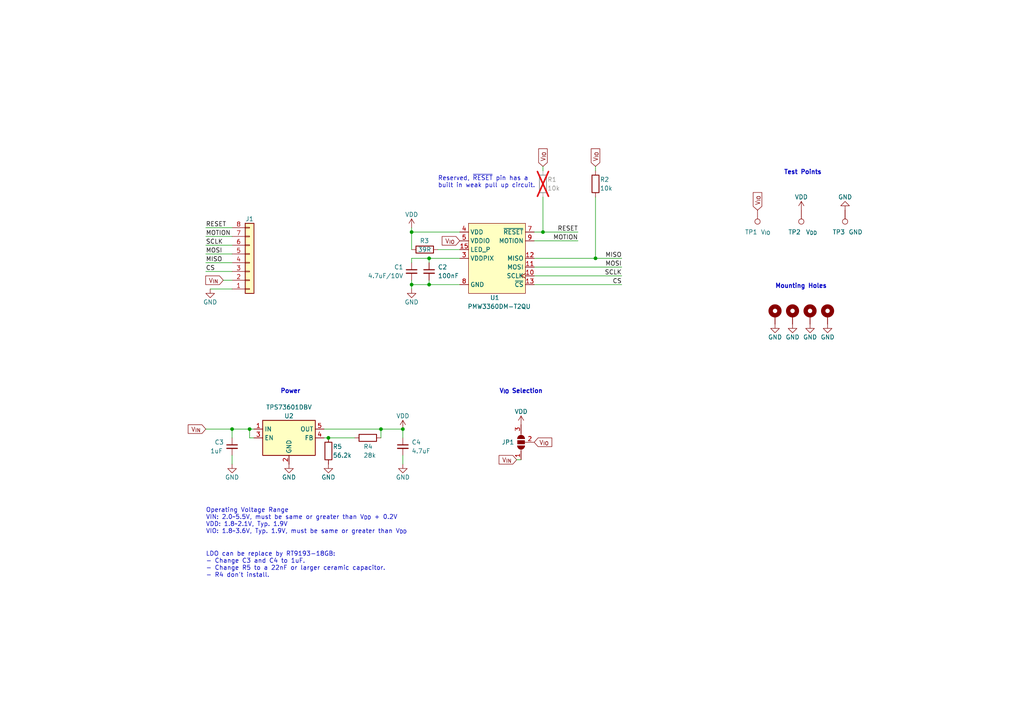
<source format=kicad_sch>
(kicad_sch (version 20230121) (generator eeschema)
  (paper "A4")
  (title_block (title "PMW3360 PCB") (date "2023-06-29") (rev "F.0") (company "SideraKB") (comment 1 "Open Source Hardware, CERN-OHL-P v2") (comment 2 "PMW3360DM-T2QU optical mouse sensor breakout board") (comment 3 "FFC/FPC Connector"))
  (lib_symbols
    (symbol "Connector:TestPoint" (pin_numbers hide) (pin_names (offset 0.762) hide)
      (property "Reference" "TP" (at 0 6.858 0))
      (property "Value" "TestPoint" (at 0 5.08 0))
      (symbol "TestPoint_0_1"
        (circle (center 0 3.302) (radius 0.762))
      )
      (symbol "TestPoint_1_1"
        (pin passive line (at 0 0 90) (length 2.54) (name "1") (number "1"))
      )
    )
    (symbol "Connector_Generic:Conn_01x08" (pin_names (offset 1.016) hide)
      (property "Reference" "J" (at 0 10.16 0))
      (property "Value" "Conn_01x08" (at 0 -12.7 0))
      (symbol "Conn_01x08_1_1"
        (rectangle (start -1.27 -10.033) (end 0 -10.287) (stroke (width 0.1524)))
        (rectangle (start -1.27 -7.493) (end 0 -7.747) (stroke (width 0.1524)))
        (rectangle (start -1.27 -4.953) (end 0 -5.207) (stroke (width 0.1524)))
        (rectangle (start -1.27 -2.413) (end 0 -2.667) (stroke (width 0.1524)))
        (rectangle (start -1.27 0.127) (end 0 -0.127) (stroke (width 0.1524)))
        (rectangle (start -1.27 2.667) (end 0 2.413) (stroke (width 0.1524)))
        (rectangle (start -1.27 5.207) (end 0 4.953) (stroke (width 0.1524)))
        (rectangle (start -1.27 7.747) (end 0 7.493) (stroke (width 0.1524)))
        (rectangle (start -1.27 8.89) (end 1.27 -11.43) (stroke (width 0.254)) (fill (type background)))
        (pin passive line (at -5.08 7.62 0) (length 3.81) (name "Pin_1") (number "1"))
        (pin passive line (at -5.08 5.08 0) (length 3.81) (name "Pin_2") (number "2"))
        (pin passive line (at -5.08 2.54 0) (length 3.81) (name "Pin_3") (number "3"))
        (pin passive line (at -5.08 0 0) (length 3.81) (name "Pin_4") (number "4"))
        (pin passive line (at -5.08 -2.54 0) (length 3.81) (name "Pin_5") (number "5"))
        (pin passive line (at -5.08 -5.08 0) (length 3.81) (name "Pin_6") (number "6"))
        (pin passive line (at -5.08 -7.62 0) (length 3.81) (name "Pin_7") (number "7"))
        (pin passive line (at -5.08 -10.16 0) (length 3.81) (name "Pin_8") (number "8"))
      )
    )
    (symbol "Device:C_Small" (pin_numbers hide) (pin_names (offset 0.254) hide)
      (property "Reference" "C" (at 0.254 1.778 0))
      (property "Value" "C_Small" (at 0.254 -2.032 0))
      (symbol "C_Small_0_1"
        (polyline (pts (xy -1.524 -0.508) (xy 1.524 -0.508)) (stroke (width 0.3302)))
        (polyline (pts (xy -1.524 0.508) (xy 1.524 0.508)) (stroke (width 0.3048)))
      )
      (symbol "C_Small_1_1"
        (pin passive line (at 0 2.54 270) (length 2.032) (name "~") (number "1"))
        (pin passive line (at 0 -2.54 90) (length 2.032) (name "~") (number "2"))
      )
    )
    (symbol "Device:R" (pin_numbers hide) (pin_names (offset 0))
      (property "Reference" "R" (at 2.032 0 90))
      (property "Value" "R" (at 0 0 90))
      (symbol "R_0_1"
        (rectangle (start -1.016 -2.54) (end 1.016 2.54) (stroke (width 0.254)))
      )
      (symbol "R_1_1"
        (pin passive line (at 0 3.81 270) (length 1.27) (name "~") (number "1"))
        (pin passive line (at 0 -3.81 90) (length 1.27) (name "~") (number "2"))
      )
    )
    (symbol "Jumper:SolderJumper_3_Open" (pin_names (offset 0) hide)
      (property "Reference" "JP" (at -2.54 -2.54 0))
      (property "Value" "SolderJumper_3_Open" (at 0 2.794 0))
      (symbol "SolderJumper_3_Open_0_1"
        (arc (start -1.016 1.016) (mid -2.0276 0) (end -1.016 -1.016))
        (arc (start -1.016 1.016) (mid -2.0276 0) (end -1.016 -1.016) (fill (type outline)))
        (rectangle (start -0.508 1.016) (end 0.508 -1.016) (fill (type outline)))
        (polyline (pts (xy -2.54 0) (xy -2.032 0)))
        (polyline (pts (xy -1.016 1.016) (xy -1.016 -1.016)))
        (polyline (pts (xy 0 -1.27) (xy 0 -1.016)))
        (polyline (pts (xy 1.016 1.016) (xy 1.016 -1.016)))
        (polyline (pts (xy 2.54 0) (xy 2.032 0)))
        (arc (start 1.016 -1.016) (mid 2.0276 0) (end 1.016 1.016))
        (arc (start 1.016 -1.016) (mid 2.0276 0) (end 1.016 1.016) (fill (type outline)))
      )
      (symbol "SolderJumper_3_Open_1_1"
        (pin passive line (at -5.08 0 0) (length 2.54) (name "A") (number "1"))
        (pin passive line (at 0 -3.81 90) (length 2.54) (name "C") (number "2"))
        (pin passive line (at 5.08 0 180) (length 2.54) (name "B") (number "3"))
      )
    )
    (symbol "Mechanical:MountingHole_Pad" (pin_numbers hide) (pin_names (offset 1.016) hide)
      (property "Reference" "H" (at 0 6.35 0))
      (property "Value" "MountingHole_Pad" (at 0 4.445 0))
      (symbol "MountingHole_Pad_0_1"
        (circle (center 0 1.27) (radius 1.27) (stroke (width 1.27)))
      )
      (symbol "MountingHole_Pad_1_1"
        (pin input line (at 0 -2.54 90) (length 2.54) (name "1") (number "1"))
      )
    )
    (symbol "PMW3360_PCB:PMW3360DM-T2QU"
      (property "Reference" "U?" (at -6.35 -13.97 0))
      (property "Value" "PMW3360DM-T2QU" (at 1.27 -11.43 0))
      (symbol "PMW3360DM-T2QU_0_1"
        (rectangle (start -7.62 10.16) (end 8.89 -10.16) (fill (type background)))
      )
      (symbol "PMW3360DM-T2QU_1_1"
        (pin no_connect line (at -1.27 13.97 180) (length 2.54) hide (name "NC") (number "1"))
        (pin input clock (at 11.43 -5.08 180) (length 2.54) (name "SCLK") (number "10"))
        (pin input line (at 11.43 -2.54 180) (length 2.54) (name "MOSI") (number "11"))
        (pin output line (at 11.43 0 180) (length 2.54) (name "MISO") (number "12"))
        (pin input line (at 11.43 -7.62 180) (length 2.54) (name "~{CS}") (number "13"))
        (pin no_connect inverted (at -1.27 19.05 180) (length 2.54) hide (name "NC") (number "14"))
        (pin power_in line (at -10.16 2.54 0) (length 2.54) (name "LED_P") (number "15"))
        (pin no_connect line (at -1.27 21.59 180) (length 2.54) hide (name "NC") (number "16"))
        (pin no_connect line (at -1.27 16.51 180) (length 2.54) hide (name "NC") (number "2"))
        (pin power_out line (at -10.16 0 0) (length 2.54) (name "VDDPIX") (number "3"))
        (pin power_in line (at -10.16 7.62 0) (length 2.54) (name "VDD") (number "4"))
        (pin power_in line (at -10.16 5.08 0) (length 2.54) (name "VDDIO") (number "5"))
        (pin no_connect line (at -1.27 11.43 180) (length 2.54) hide (name "NC") (number "6"))
        (pin input line (at 11.43 7.62 180) (length 2.54) (name "~{RESET}") (number "7"))
        (pin power_in line (at -10.16 -7.62 0) (length 2.54) (name "GND") (number "8"))
        (pin output line (at 11.43 5.08 180) (length 2.54) (name "MOTION") (number "9"))
      )
    )
    (symbol "Regulator_Linear:TPS73601DBV"
      (property "Reference" "U" (at -6.35 6.35 0))
      (property "Value" "TPS73601DBV" (at 0 6.35 0))
      (symbol "TPS73601DBV_0_1"
        (rectangle (start -7.62 -5.08) (end 7.62 5.08) (stroke (width 0.254)) (fill (type background)))
      )
      (symbol "TPS73601DBV_1_1"
        (pin power_in line (at -10.16 2.54 0) (length 2.54) (name "IN") (number "1"))
        (pin power_in line (at 0 -7.62 90) (length 2.54) (name "GND") (number "2"))
        (pin input line (at -10.16 0 0) (length 2.54) (name "EN") (number "3"))
        (pin input line (at 10.16 0 180) (length 2.54) (name "FB") (number "4"))
        (pin power_out line (at 10.16 2.54 180) (length 2.54) (name "OUT") (number "5"))
      )
    )
    (symbol "power:GND" (power) (pin_names (offset 0))
      (property "Value" "GND" (at 0 -3.81 0))
      (symbol "GND_0_1"
        (polyline (pts (xy 0 0) (xy 0 -1.27) (xy 1.27 -1.27) (xy 0 -2.54) (xy -1.27 -1.27) (xy 0 -1.27)))
      )
      (symbol "GND_1_1"
        (pin power_in line (at 0 0 270) (length 0) hide (name "GND") (number "1"))
      )
    )
    (symbol "power:VDD" (power) (pin_names (offset 0))
      (property "Value" "VDD" (at 0 3.81 0))
      (symbol "VDD_0_1"
        (polyline (pts (xy -0.762 1.27) (xy 0 2.54)))
        (polyline (pts (xy 0 0) (xy 0 2.54)))
        (polyline (pts (xy 0 2.54) (xy 0.762 1.27)))
      )
      (symbol "VDD_1_1"
        (pin power_in line (at 0 0 90) (length 0) hide (name "VDD") (number "1"))
      )
    )
  )
  (junction (at 72.39 124.46))
  (junction (at 67.31 124.46))
  (junction (at 110.49 124.46))
  (junction (at 95.25 127))
  (junction (at 119.38 67.31))
  (junction (at 116.84 124.46))
  (junction (at 119.38 82.55))
  (junction (at 124.46 74.93))
  (junction (at 124.46 82.55))
  (junction (at 172.72 74.93))
  (junction (at 157.48 67.31))
  (wire (pts (xy 172.72 57.15) (xy 172.72 74.93)))
  (wire (pts (xy 124.46 76.2) (xy 124.46 74.93)))
  (wire (pts (xy 172.72 74.93) (xy 180.34 74.93)))
  (wire (pts (xy 59.69 78.74) (xy 67.31 78.74)))
  (wire (pts (xy 154.94 82.55) (xy 180.34 82.55)))
  (wire (pts (xy 67.31 124.46) (xy 72.39 124.46)))
  (wire (pts (xy 59.69 71.12) (xy 67.31 71.12)))
  (wire (pts (xy 95.25 127) (xy 93.98 127)))
  (wire (pts (xy 64.77 81.28) (xy 67.31 81.28)))
  (wire (pts (xy 157.48 57.15) (xy 157.48 67.31)))
  (wire (pts (xy 119.38 67.31) (xy 119.38 72.39)))
  (wire (pts (xy 110.49 124.46) (xy 110.49 127)))
  (wire (pts (xy 59.69 66.04) (xy 67.31 66.04)))
  (wire (pts (xy 149.86 133.35) (xy 151.13 133.35)))
  (wire (pts (xy 157.48 67.31) (xy 167.64 67.31)))
  (wire (pts (xy 124.46 74.93) (xy 133.35 74.93)))
  (wire (pts (xy 154.94 77.47) (xy 180.34 77.47)))
  (wire (pts (xy 119.38 74.93) (xy 124.46 74.93)))
  (wire (pts (xy 59.69 124.46) (xy 67.31 124.46)))
  (wire (pts (xy 154.94 74.93) (xy 172.72 74.93)))
  (wire (pts (xy 110.49 124.46) (xy 116.84 124.46)))
  (wire (pts (xy 154.94 69.85) (xy 167.64 69.85)))
  (wire (pts (xy 59.69 73.66) (xy 67.31 73.66)))
  (wire (pts (xy 127 72.39) (xy 133.35 72.39)))
  (wire (pts (xy 157.48 49.53) (xy 157.48 48.26)))
  (wire (pts (xy 124.46 82.55) (xy 133.35 82.55)))
  (wire (pts (xy 102.87 127) (xy 95.25 127)))
  (wire (pts (xy 59.69 76.2) (xy 67.31 76.2)))
  (wire (pts (xy 154.94 80.01) (xy 180.34 80.01)))
  (wire (pts (xy 73.66 127) (xy 72.39 127)))
  (wire (pts (xy 67.31 127) (xy 67.31 124.46)))
  (wire (pts (xy 116.84 127) (xy 116.84 124.46)))
  (wire (pts (xy 60.96 83.82) (xy 67.31 83.82)))
  (wire (pts (xy 119.38 67.31) (xy 133.35 67.31)))
  (wire (pts (xy 119.38 82.55) (xy 124.46 82.55)))
  (wire (pts (xy 124.46 81.28) (xy 124.46 82.55)))
  (wire (pts (xy 59.69 68.58) (xy 67.31 68.58)))
  (wire (pts (xy 119.38 82.55) (xy 119.38 81.28)))
  (wire (pts (xy 119.38 82.55) (xy 119.38 83.82)))
  (wire (pts (xy 154.94 67.31) (xy 157.48 67.31)))
  (wire (pts (xy 72.39 124.46) (xy 73.66 124.46)))
  (wire (pts (xy 67.31 134.62) (xy 67.31 132.08)))
  (wire (pts (xy 116.84 134.62) (xy 116.84 132.08)))
  (wire (pts (xy 119.38 74.93) (xy 119.38 76.2)))
  (wire (pts (xy 72.39 124.46) (xy 72.39 127)))
  (wire (pts (xy 93.98 124.46) (xy 110.49 124.46)))
  (wire (pts (xy 172.72 49.53) (xy 172.72 48.26)))
  (wire (pts (xy 119.38 66.04) (xy 119.38 67.31)))
  (text "Reserved, ~{RESET} pin has a \nbuilt in weak pull up circuit." (at 127 54.61 0) (effects (font (size 1.27 1.27)) (justify left bottom)))
  (text "V_{IO} Selection" (at 144.78 114.3 0) (effects (font (size 1.27 1.27) (thickness 0.254) bold) (justify left bottom)))
  (text "Mounting Holes" (at 224.79 83.82 0) (effects (font (size 1.27 1.27) (thickness 0.254) bold) (justify left bottom)))
  (text "Power" (at 81.28 114.3 0) (effects (font (size 1.27 1.27) (thickness 0.254) bold) (justify left bottom)))
  (text "Test Points" (at 227.33 50.8 0) (effects (font (size 1.27 1.27) (thickness 0.254) bold) (justify left bottom)))
  (text "Operating Voltage Range\nVIN: 2.0~5.5V, must be same or greater than V_{DD} + 0.2V\nVDD: 1.8~2.1V, Typ. 1.9V\nVIO: 1.8~3.6V, Typ. 1.9V, must be same or greater than V_{DD}" (at 59.69 154.94 0) (effects (font (size 1.27 1.27)) (justify left bottom)))
  (text "LDO can be replace by RT9193-18GB:\n- Change C3 and C4 to 1uF.\n- Change R5 to a 22nF or larger ceramic capacitor.\n- R4 don't install." (at 59.69 167.64 0) (effects (font (size 1.27 1.27)) (justify left bottom)))
  (label "MISO" (at 180.34 74.93 180))
  (label "MISO" (at 59.69 76.2 0))
  (label "RESET" (at 167.64 67.31 180))
  (label "CS" (at 59.69 78.74 0))
  (label "MOSI" (at 59.69 73.66 0))
  (label "MOSI" (at 180.34 77.47 180))
  (label "SCLK" (at 180.34 80.01 180))
  (label "SCLK" (at 59.69 71.12 0))
  (label "CS" (at 180.34 82.55 180))
  (label "RESET" (at 59.69 66.04 0))
  (label "MOTION" (at 59.69 68.58 0))
  (label "MOTION" (at 167.64 69.85 180))
  (global_label "V_{IN}" (shape input) (at 59.69 124.46 180) (property "Intersheetrefs" "${INTERSHEET_REFS}" (effects hide)))
  (global_label "V_{IO}" (shape input) (at 133.35 69.85 180) (property "Intersheetrefs" "${INTERSHEET_REFS}" (effects hide)))
  (global_label "V_{IN}" (shape input) (at 64.77 81.28 180) (property "Intersheetrefs" "${INTERSHEET_REFS}" (effects hide)))
  (global_label "V_{IO}" (shape input) (at 154.94 128.27 0) (property "Intersheetrefs" "${INTERSHEET_REFS}" (effects hide)))
  (global_label "V_{IO}" (shape input) (at 157.48 48.26 90) (property "Intersheetrefs" "${INTERSHEET_REFS}" (effects hide)))
  (global_label "V_{IO}" (shape input) (at 219.71 60.96 90) (property "Intersheetrefs" "${INTERSHEET_REFS}" (effects hide)))
  (global_label "V_{IN}" (shape input) (at 149.86 133.35 180) (property "Intersheetrefs" "${INTERSHEET_REFS}" (effects hide)))
  (global_label "V_{IO}" (shape input) (at 172.72 48.26 90) (property "Intersheetrefs" "${INTERSHEET_REFS}" (effects hide)))
  (symbol (lib_id "power:GND") (at 240.03 93.98 0) (unit 1)
    (property "Reference" "#PWR09" (effects hide))
    (property "Value" "GND" (at 240.03 97.79 0))
  )
  (symbol (lib_id "Device:R") (at 172.72 53.34 0) (unit 1)
    (property "Reference" "R2" (at 173.99 52.07 0) (effects (justify left)))
    (property "Value" "10k" (at 173.99 54.61 0) (effects (justify left)))
    (property "Footprint" "Resistor_SMD:R_0603_1608Metric_Pad0.98x0.95mm_HandSolder" (effects hide))
  )
  (symbol (lib_id "power:VDD") (at 151.13 123.19 0) (unit 1)
    (property "Reference" "#PWR010" (effects hide))
    (property "Value" "VDD" (at 151.13 119.38 0))
  )
  (symbol (lib_id "Mechanical:MountingHole_Pad") (at 229.87 91.44 0) (unit 1) (in_bom no)
    (property "Reference" "H2" (effects hide))
    (property "Value" "MountingHole_Pad" (effects hide))
    (property "Footprint" "MountingHole:MountingHole_2.2mm_M2_ISO14580_Pad" (effects hide))
  )
  (symbol (lib_id "Mechanical:MountingHole_Pad") (at 224.79 91.44 0) (unit 1) (in_bom no)
    (property "Reference" "H1" (effects hide))
    (property "Value" "MountingHole_Pad" (effects hide))
    (property "Footprint" "MountingHole:MountingHole_2.2mm_M2_ISO14580_Pad" (effects hide))
  )
  (symbol (lib_id "Device:R") (at 157.48 53.34 0) (unit 1) (dnp yes)
    (property "Reference" "R1" (at 158.75 52.07 0) (effects (justify left)))
    (property "Value" "10k" (at 158.75 54.61 0) (effects (justify left)))
    (property "Footprint" "Resistor_SMD:R_0603_1608Metric_Pad0.98x0.95mm_HandSolder" (effects hide))
  )
  (symbol (lib_id "Connector:TestPoint") (at 232.41 60.96 180) (unit 1)
    (property "Reference" "TP2" (at 228.6 67.31 0) (effects (justify right)))
    (property "Value" "V_{DD}" (at 233.68 67.31 0) (effects (justify right)))
    (property "Footprint" "TestPoint:TestPoint_Pad_D1.0mm" (effects hide))
  )
  (symbol (lib_id "power:GND") (at 83.82 134.62 0) (unit 1)
    (property "Reference" "#PWR013" (effects hide))
    (property "Value" "GND" (at 83.82 138.43 0))
  )
  (symbol (lib_id "Device:C_Small") (at 116.84 129.54 0) (unit 1)
    (property "Reference" "C4" (at 119.38 128.2762 0) (effects (justify left)))
    (property "Value" "4.7uF" (at 119.38 130.8162 0) (effects (justify left)))
    (property "Footprint" "Capacitor_SMD:C_0603_1608Metric_Pad1.08x0.95mm_HandSolder" (effects hide))
  )
  (symbol (lib_id "power:GND") (at 234.95 93.98 0) (unit 1)
    (property "Reference" "#PWR08" (effects hide))
    (property "Value" "GND" (at 234.95 97.79 0))
  )
  (symbol (lib_id "Connector:TestPoint") (at 219.71 60.96 180) (unit 1)
    (property "Reference" "TP1" (at 219.71 67.31 0) (effects (justify left)))
    (property "Value" "V_{IO}" (at 223.52 67.31 0) (effects (justify left)))
    (property "Footprint" "TestPoint:TestPoint_Pad_D1.0mm" (effects hide))
  )
  (symbol (lib_id "PMW3360_PCB:PMW3360DM-T2QU") (at 143.51 74.93 0) (unit 1)
    (property "Reference" "U1" (at 143.51 86.36 0))
    (property "Value" "PMW3360DM-T2QU" (at 144.78 88.9 0))
    (property "Footprint" "PMW3360_PCB:PMW3360DM-T2QU 16Pin" (effects hide))
    (property "Datasheet" "https://www.pixart.com/products-detail/tw/10/PMW3360DM-T2QU" (effects hide))
  )
  (symbol (lib_id "Device:R") (at 95.25 130.81 0) (unit 1)
    (property "Reference" "R5" (at 96.52 129.54 0) (effects (justify left)))
    (property "Value" "56.2k" (at 96.52 132.08 0) (effects (justify left)))
    (property "Footprint" "Resistor_SMD:R_0603_1608Metric_Pad0.98x0.95mm_HandSolder" (effects hide))
  )
  (symbol (lib_id "Mechanical:MountingHole_Pad") (at 240.03 91.44 0) (unit 1) (in_bom no)
    (property "Reference" "H4" (effects hide))
    (property "Value" "MountingHole_Pad" (effects hide))
    (property "Footprint" "MountingHole:MountingHole_2.2mm_M2_ISO14580_Pad" (effects hide))
  )
  (symbol (lib_id "power:GND") (at 224.79 93.98 0) (unit 1)
    (property "Reference" "#PWR06" (effects hide))
    (property "Value" "GND" (at 224.79 97.79 0))
  )
  (symbol (lib_id "power:GND") (at 229.87 93.98 0) (unit 1)
    (property "Reference" "#PWR07" (effects hide))
    (property "Value" "GND" (at 229.87 97.79 0))
  )
  (symbol (lib_id "Device:C_Small") (at 67.31 129.54 0) (unit 1)
    (property "Reference" "C3" (at 62.23 128.27 0) (effects (justify left)))
    (property "Value" "1uF" (at 60.96 130.81 0) (effects (justify left)))
    (property "Footprint" "Capacitor_SMD:C_0603_1608Metric_Pad1.08x0.95mm_HandSolder" (effects hide))
  )
  (symbol (lib_id "Device:C_Small") (at 124.46 78.74 0) (unit 1)
    (property "Reference" "C2" (at 127 77.47 0) (effects (justify left)))
    (property "Value" "100nF" (at 127 80.01 0) (effects (justify left)))
    (property "Footprint" "Capacitor_SMD:C_0603_1608Metric_Pad1.08x0.95mm_HandSolder" (effects hide))
  )
  (symbol (lib_id "Device:R") (at 106.68 127 270) (unit 1)
    (property "Reference" "R4" (at 105.41 129.54 90) (effects (justify left)))
    (property "Value" "28k" (at 105.41 132.08 90) (effects (justify left)))
    (property "Footprint" "Resistor_SMD:R_0603_1608Metric_Pad0.98x0.95mm_HandSolder" (effects hide))
  )
  (symbol (lib_id "Device:C_Small") (at 119.38 78.74 0) (unit 1)
    (property "Reference" "C1" (at 114.3 77.47 0) (effects (justify left)))
    (property "Value" "4.7uF/10V" (at 106.68 80.01 0) (effects (justify left)))
    (property "Footprint" "Capacitor_SMD:C_0603_1608Metric_Pad1.08x0.95mm_HandSolder" (effects hide))
  )
  (symbol (lib_id "power:GND") (at 60.96 83.82 0) (unit 1)
    (property "Reference" "#PWR04" (effects hide))
    (property "Value" "GND" (at 60.96 87.63 0))
  )
  (symbol (lib_id "power:GND") (at 116.84 134.62 0) (unit 1)
    (property "Reference" "#PWR015" (effects hide))
    (property "Value" "GND" (at 116.84 138.43 0))
  )
  (symbol (lib_id "Regulator_Linear:TPS73601DBV") (at 83.82 127 0) (unit 1)
    (property "Reference" "U2" (at 83.82 120.65 0))
    (property "Value" "TPS73601DBV" (at 83.82 118.11 0))
    (property "Footprint" "Package_TO_SOT_SMD:SOT-23-5" (effects hide))
    (property "Datasheet" "http://www.ti.com/lit/ds/symlink/tps736.pdf" (effects hide))
  )
  (symbol (lib_id "power:GND") (at 119.38 83.82 0) (unit 1)
    (property "Reference" "#PWR05" (effects hide))
    (property "Value" "GND" (at 119.38 87.63 0))
  )
  (symbol (lib_id "power:VDD") (at 232.41 60.96 0) (unit 1)
    (property "Reference" "#PWR01" (effects hide))
    (property "Value" "VDD" (at 232.41 57.15 0))
  )
  (symbol (lib_id "Device:R") (at 123.19 72.39 90) (unit 1)
    (property "Reference" "R3" (at 124.46 69.85 90) (effects (justify left)))
    (property "Value" "39R" (at 125.095 72.39 90) (effects (justify left)))
    (property "Footprint" "Resistor_SMD:R_0603_1608Metric_Pad0.98x0.95mm_HandSolder" (effects hide))
  )
  (symbol (lib_id "power:VDD") (at 119.38 66.04 0) (unit 1)
    (property "Reference" "#PWR03" (effects hide))
    (property "Value" "VDD" (at 119.38 62.23 0))
  )
  (symbol (lib_id "power:VDD") (at 116.84 124.46 0) (unit 1)
    (property "Reference" "#PWR011" (effects hide))
    (property "Value" "VDD" (at 116.84 120.65 0))
  )
  (symbol (lib_id "power:GND") (at 67.31 134.62 0) (unit 1)
    (property "Reference" "#PWR012" (effects hide))
    (property "Value" "GND" (at 67.31 138.43 0))
  )
  (symbol (lib_id "Jumper:SolderJumper_3_Open") (at 151.13 128.27 90) (unit 1)
    (property "Reference" "JP1" (at 147.32 128.27 90))
    (property "Value" "SolderJumper_3_Open" (effects hide))
    (property "Footprint" "Jumper:SolderJumper-3_P1.3mm_Open_RoundedPad1.0x1.5mm_NumberLabels" (effects hide))
  )
  (symbol (lib_id "Connector_Generic:Conn_01x08") (at 72.39 76.2 0) (mirror x) (unit 1)
    (property "Reference" "J1" (at 72.39 63.5 0))
    (property "Value" "Interface" (effects hide))
    (property "Footprint" "PMW3360_PCB:FPC_8P_0.5mm_AFC01-S08FCA-00" (effects hide))
  )
  (symbol (lib_id "power:GND") (at 245.11 60.96 180) (unit 1)
    (property "Reference" "#PWR02" (effects hide))
    (property "Value" "GND" (at 245.11 57.15 0))
  )
  (symbol (lib_id "power:GND") (at 95.25 134.62 0) (unit 1)
    (property "Reference" "#PWR014" (effects hide))
    (property "Value" "GND" (at 95.25 138.43 0))
  )
  (symbol (lib_id "Connector:TestPoint") (at 245.11 60.96 180) (unit 1)
    (property "Reference" "TP3" (at 245.11 67.31 0) (effects (justify left)))
    (property "Value" "GND" (at 250.19 67.31 0) (effects (justify left)))
    (property "Footprint" "TestPoint:TestPoint_Pad_D1.0mm" (effects hide))
  )
  (symbol (lib_id "Mechanical:MountingHole_Pad") (at 234.95 91.44 0) (unit 1) (in_bom no)
    (property "Reference" "H3" (effects hide))
    (property "Value" "MountingHole_Pad" (effects hide))
    (property "Footprint" "MountingHole:MountingHole_2.2mm_M2_ISO14580_Pad" (effects hide))
  )
)
</source>
